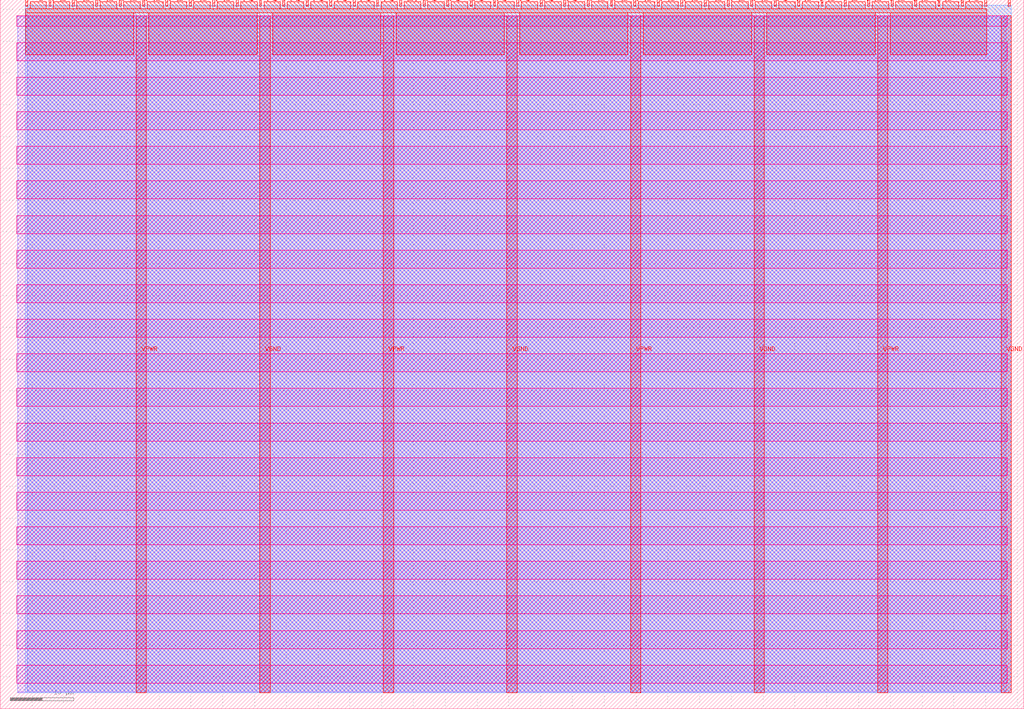
<source format=lef>
VERSION 5.7 ;
  NOWIREEXTENSIONATPIN ON ;
  DIVIDERCHAR "/" ;
  BUSBITCHARS "[]" ;
MACRO tt_um_wokwi_395055455727667201
  CLASS BLOCK ;
  FOREIGN tt_um_wokwi_395055455727667201 ;
  ORIGIN 0.000 0.000 ;
  SIZE 161.000 BY 111.520 ;
  PIN VGND
    DIRECTION INOUT ;
    USE GROUND ;
    PORT
      LAYER met4 ;
        RECT 40.830 2.480 42.430 109.040 ;
    END
    PORT
      LAYER met4 ;
        RECT 79.700 2.480 81.300 109.040 ;
    END
    PORT
      LAYER met4 ;
        RECT 118.570 2.480 120.170 109.040 ;
    END
    PORT
      LAYER met4 ;
        RECT 157.440 2.480 159.040 109.040 ;
    END
  END VGND
  PIN VPWR
    DIRECTION INOUT ;
    USE POWER ;
    PORT
      LAYER met4 ;
        RECT 21.395 2.480 22.995 109.040 ;
    END
    PORT
      LAYER met4 ;
        RECT 60.265 2.480 61.865 109.040 ;
    END
    PORT
      LAYER met4 ;
        RECT 99.135 2.480 100.735 109.040 ;
    END
    PORT
      LAYER met4 ;
        RECT 138.005 2.480 139.605 109.040 ;
    END
  END VPWR
  PIN clk
    DIRECTION INPUT ;
    USE SIGNAL ;
    ANTENNAGATEAREA 0.852000 ;
    PORT
      LAYER met4 ;
        RECT 154.870 110.520 155.170 111.520 ;
    END
  END clk
  PIN ena
    DIRECTION INPUT ;
    USE SIGNAL ;
    PORT
      LAYER met4 ;
        RECT 158.550 110.520 158.850 111.520 ;
    END
  END ena
  PIN rst_n
    DIRECTION INPUT ;
    USE SIGNAL ;
    PORT
      LAYER met4 ;
        RECT 151.190 110.520 151.490 111.520 ;
    END
  END rst_n
  PIN ui_in[0]
    DIRECTION INPUT ;
    USE SIGNAL ;
    ANTENNAGATEAREA 0.196500 ;
    PORT
      LAYER met4 ;
        RECT 147.510 110.520 147.810 111.520 ;
    END
  END ui_in[0]
  PIN ui_in[1]
    DIRECTION INPUT ;
    USE SIGNAL ;
    ANTENNAGATEAREA 0.159000 ;
    PORT
      LAYER met4 ;
        RECT 143.830 110.520 144.130 111.520 ;
    END
  END ui_in[1]
  PIN ui_in[2]
    DIRECTION INPUT ;
    USE SIGNAL ;
    ANTENNAGATEAREA 0.196500 ;
    PORT
      LAYER met4 ;
        RECT 140.150 110.520 140.450 111.520 ;
    END
  END ui_in[2]
  PIN ui_in[3]
    DIRECTION INPUT ;
    USE SIGNAL ;
    ANTENNAGATEAREA 0.196500 ;
    PORT
      LAYER met4 ;
        RECT 136.470 110.520 136.770 111.520 ;
    END
  END ui_in[3]
  PIN ui_in[4]
    DIRECTION INPUT ;
    USE SIGNAL ;
    ANTENNAGATEAREA 0.196500 ;
    PORT
      LAYER met4 ;
        RECT 132.790 110.520 133.090 111.520 ;
    END
  END ui_in[4]
  PIN ui_in[5]
    DIRECTION INPUT ;
    USE SIGNAL ;
    ANTENNAGATEAREA 0.196500 ;
    PORT
      LAYER met4 ;
        RECT 129.110 110.520 129.410 111.520 ;
    END
  END ui_in[5]
  PIN ui_in[6]
    DIRECTION INPUT ;
    USE SIGNAL ;
    ANTENNAGATEAREA 0.196500 ;
    PORT
      LAYER met4 ;
        RECT 125.430 110.520 125.730 111.520 ;
    END
  END ui_in[6]
  PIN ui_in[7]
    DIRECTION INPUT ;
    USE SIGNAL ;
    ANTENNAGATEAREA 0.196500 ;
    PORT
      LAYER met4 ;
        RECT 121.750 110.520 122.050 111.520 ;
    END
  END ui_in[7]
  PIN uio_in[0]
    DIRECTION INPUT ;
    USE SIGNAL ;
    ANTENNAGATEAREA 0.196500 ;
    PORT
      LAYER met4 ;
        RECT 118.070 110.520 118.370 111.520 ;
    END
  END uio_in[0]
  PIN uio_in[1]
    DIRECTION INPUT ;
    USE SIGNAL ;
    ANTENNAGATEAREA 0.196500 ;
    PORT
      LAYER met4 ;
        RECT 114.390 110.520 114.690 111.520 ;
    END
  END uio_in[1]
  PIN uio_in[2]
    DIRECTION INPUT ;
    USE SIGNAL ;
    ANTENNAGATEAREA 0.196500 ;
    PORT
      LAYER met4 ;
        RECT 110.710 110.520 111.010 111.520 ;
    END
  END uio_in[2]
  PIN uio_in[3]
    DIRECTION INPUT ;
    USE SIGNAL ;
    ANTENNAGATEAREA 0.196500 ;
    PORT
      LAYER met4 ;
        RECT 107.030 110.520 107.330 111.520 ;
    END
  END uio_in[3]
  PIN uio_in[4]
    DIRECTION INPUT ;
    USE SIGNAL ;
    PORT
      LAYER met4 ;
        RECT 103.350 110.520 103.650 111.520 ;
    END
  END uio_in[4]
  PIN uio_in[5]
    DIRECTION INPUT ;
    USE SIGNAL ;
    ANTENNAGATEAREA 0.196500 ;
    PORT
      LAYER met4 ;
        RECT 99.670 110.520 99.970 111.520 ;
    END
  END uio_in[5]
  PIN uio_in[6]
    DIRECTION INPUT ;
    USE SIGNAL ;
    ANTENNAGATEAREA 0.213000 ;
    PORT
      LAYER met4 ;
        RECT 95.990 110.520 96.290 111.520 ;
    END
  END uio_in[6]
  PIN uio_in[7]
    DIRECTION INPUT ;
    USE SIGNAL ;
    PORT
      LAYER met4 ;
        RECT 92.310 110.520 92.610 111.520 ;
    END
  END uio_in[7]
  PIN uio_oe[0]
    DIRECTION OUTPUT TRISTATE ;
    USE SIGNAL ;
    PORT
      LAYER met4 ;
        RECT 29.750 110.520 30.050 111.520 ;
    END
  END uio_oe[0]
  PIN uio_oe[1]
    DIRECTION OUTPUT TRISTATE ;
    USE SIGNAL ;
    PORT
      LAYER met4 ;
        RECT 26.070 110.520 26.370 111.520 ;
    END
  END uio_oe[1]
  PIN uio_oe[2]
    DIRECTION OUTPUT TRISTATE ;
    USE SIGNAL ;
    PORT
      LAYER met4 ;
        RECT 22.390 110.520 22.690 111.520 ;
    END
  END uio_oe[2]
  PIN uio_oe[3]
    DIRECTION OUTPUT TRISTATE ;
    USE SIGNAL ;
    PORT
      LAYER met4 ;
        RECT 18.710 110.520 19.010 111.520 ;
    END
  END uio_oe[3]
  PIN uio_oe[4]
    DIRECTION OUTPUT TRISTATE ;
    USE SIGNAL ;
    PORT
      LAYER met4 ;
        RECT 15.030 110.520 15.330 111.520 ;
    END
  END uio_oe[4]
  PIN uio_oe[5]
    DIRECTION OUTPUT TRISTATE ;
    USE SIGNAL ;
    PORT
      LAYER met4 ;
        RECT 11.350 110.520 11.650 111.520 ;
    END
  END uio_oe[5]
  PIN uio_oe[6]
    DIRECTION OUTPUT TRISTATE ;
    USE SIGNAL ;
    PORT
      LAYER met4 ;
        RECT 7.670 110.520 7.970 111.520 ;
    END
  END uio_oe[6]
  PIN uio_oe[7]
    DIRECTION OUTPUT TRISTATE ;
    USE SIGNAL ;
    PORT
      LAYER met4 ;
        RECT 3.990 110.520 4.290 111.520 ;
    END
  END uio_oe[7]
  PIN uio_out[0]
    DIRECTION OUTPUT TRISTATE ;
    USE SIGNAL ;
    PORT
      LAYER met4 ;
        RECT 59.190 110.520 59.490 111.520 ;
    END
  END uio_out[0]
  PIN uio_out[1]
    DIRECTION OUTPUT TRISTATE ;
    USE SIGNAL ;
    PORT
      LAYER met4 ;
        RECT 55.510 110.520 55.810 111.520 ;
    END
  END uio_out[1]
  PIN uio_out[2]
    DIRECTION OUTPUT TRISTATE ;
    USE SIGNAL ;
    PORT
      LAYER met4 ;
        RECT 51.830 110.520 52.130 111.520 ;
    END
  END uio_out[2]
  PIN uio_out[3]
    DIRECTION OUTPUT TRISTATE ;
    USE SIGNAL ;
    PORT
      LAYER met4 ;
        RECT 48.150 110.520 48.450 111.520 ;
    END
  END uio_out[3]
  PIN uio_out[4]
    DIRECTION OUTPUT TRISTATE ;
    USE SIGNAL ;
    ANTENNADIFFAREA 0.445500 ;
    PORT
      LAYER met4 ;
        RECT 44.470 110.520 44.770 111.520 ;
    END
  END uio_out[4]
  PIN uio_out[5]
    DIRECTION OUTPUT TRISTATE ;
    USE SIGNAL ;
    PORT
      LAYER met4 ;
        RECT 40.790 110.520 41.090 111.520 ;
    END
  END uio_out[5]
  PIN uio_out[6]
    DIRECTION OUTPUT TRISTATE ;
    USE SIGNAL ;
    PORT
      LAYER met4 ;
        RECT 37.110 110.520 37.410 111.520 ;
    END
  END uio_out[6]
  PIN uio_out[7]
    DIRECTION OUTPUT TRISTATE ;
    USE SIGNAL ;
    ANTENNADIFFAREA 0.795200 ;
    PORT
      LAYER met4 ;
        RECT 33.430 110.520 33.730 111.520 ;
    END
  END uio_out[7]
  PIN uo_out[0]
    DIRECTION OUTPUT TRISTATE ;
    USE SIGNAL ;
    ANTENNADIFFAREA 0.795200 ;
    PORT
      LAYER met4 ;
        RECT 88.630 110.520 88.930 111.520 ;
    END
  END uo_out[0]
  PIN uo_out[1]
    DIRECTION OUTPUT TRISTATE ;
    USE SIGNAL ;
    ANTENNADIFFAREA 0.445500 ;
    PORT
      LAYER met4 ;
        RECT 84.950 110.520 85.250 111.520 ;
    END
  END uo_out[1]
  PIN uo_out[2]
    DIRECTION OUTPUT TRISTATE ;
    USE SIGNAL ;
    PORT
      LAYER met4 ;
        RECT 81.270 110.520 81.570 111.520 ;
    END
  END uo_out[2]
  PIN uo_out[3]
    DIRECTION OUTPUT TRISTATE ;
    USE SIGNAL ;
    PORT
      LAYER met4 ;
        RECT 77.590 110.520 77.890 111.520 ;
    END
  END uo_out[3]
  PIN uo_out[4]
    DIRECTION OUTPUT TRISTATE ;
    USE SIGNAL ;
    PORT
      LAYER met4 ;
        RECT 73.910 110.520 74.210 111.520 ;
    END
  END uo_out[4]
  PIN uo_out[5]
    DIRECTION OUTPUT TRISTATE ;
    USE SIGNAL ;
    PORT
      LAYER met4 ;
        RECT 70.230 110.520 70.530 111.520 ;
    END
  END uo_out[5]
  PIN uo_out[6]
    DIRECTION OUTPUT TRISTATE ;
    USE SIGNAL ;
    PORT
      LAYER met4 ;
        RECT 66.550 110.520 66.850 111.520 ;
    END
  END uo_out[6]
  PIN uo_out[7]
    DIRECTION OUTPUT TRISTATE ;
    USE SIGNAL ;
    PORT
      LAYER met4 ;
        RECT 62.870 110.520 63.170 111.520 ;
    END
  END uo_out[7]
  OBS
      LAYER nwell ;
        RECT 2.570 107.385 158.430 108.990 ;
        RECT 2.570 101.945 158.430 104.775 ;
        RECT 2.570 96.505 158.430 99.335 ;
        RECT 2.570 91.065 158.430 93.895 ;
        RECT 2.570 85.625 158.430 88.455 ;
        RECT 2.570 80.185 158.430 83.015 ;
        RECT 2.570 74.745 158.430 77.575 ;
        RECT 2.570 69.305 158.430 72.135 ;
        RECT 2.570 63.865 158.430 66.695 ;
        RECT 2.570 58.425 158.430 61.255 ;
        RECT 2.570 52.985 158.430 55.815 ;
        RECT 2.570 47.545 158.430 50.375 ;
        RECT 2.570 42.105 158.430 44.935 ;
        RECT 2.570 36.665 158.430 39.495 ;
        RECT 2.570 31.225 158.430 34.055 ;
        RECT 2.570 25.785 158.430 28.615 ;
        RECT 2.570 20.345 158.430 23.175 ;
        RECT 2.570 14.905 158.430 17.735 ;
        RECT 2.570 9.465 158.430 12.295 ;
        RECT 2.570 4.025 158.430 6.855 ;
      LAYER li1 ;
        RECT 2.760 2.635 158.240 108.885 ;
      LAYER met1 ;
        RECT 2.760 2.480 159.040 109.040 ;
      LAYER met2 ;
        RECT 4.230 2.535 159.010 110.685 ;
      LAYER met3 ;
        RECT 3.950 2.555 159.030 110.665 ;
      LAYER met4 ;
        RECT 4.690 110.120 7.270 111.170 ;
        RECT 8.370 110.120 10.950 111.170 ;
        RECT 12.050 110.120 14.630 111.170 ;
        RECT 15.730 110.120 18.310 111.170 ;
        RECT 19.410 110.120 21.990 111.170 ;
        RECT 23.090 110.120 25.670 111.170 ;
        RECT 26.770 110.120 29.350 111.170 ;
        RECT 30.450 110.120 33.030 111.170 ;
        RECT 34.130 110.120 36.710 111.170 ;
        RECT 37.810 110.120 40.390 111.170 ;
        RECT 41.490 110.120 44.070 111.170 ;
        RECT 45.170 110.120 47.750 111.170 ;
        RECT 48.850 110.120 51.430 111.170 ;
        RECT 52.530 110.120 55.110 111.170 ;
        RECT 56.210 110.120 58.790 111.170 ;
        RECT 59.890 110.120 62.470 111.170 ;
        RECT 63.570 110.120 66.150 111.170 ;
        RECT 67.250 110.120 69.830 111.170 ;
        RECT 70.930 110.120 73.510 111.170 ;
        RECT 74.610 110.120 77.190 111.170 ;
        RECT 78.290 110.120 80.870 111.170 ;
        RECT 81.970 110.120 84.550 111.170 ;
        RECT 85.650 110.120 88.230 111.170 ;
        RECT 89.330 110.120 91.910 111.170 ;
        RECT 93.010 110.120 95.590 111.170 ;
        RECT 96.690 110.120 99.270 111.170 ;
        RECT 100.370 110.120 102.950 111.170 ;
        RECT 104.050 110.120 106.630 111.170 ;
        RECT 107.730 110.120 110.310 111.170 ;
        RECT 111.410 110.120 113.990 111.170 ;
        RECT 115.090 110.120 117.670 111.170 ;
        RECT 118.770 110.120 121.350 111.170 ;
        RECT 122.450 110.120 125.030 111.170 ;
        RECT 126.130 110.120 128.710 111.170 ;
        RECT 129.810 110.120 132.390 111.170 ;
        RECT 133.490 110.120 136.070 111.170 ;
        RECT 137.170 110.120 139.750 111.170 ;
        RECT 140.850 110.120 143.430 111.170 ;
        RECT 144.530 110.120 147.110 111.170 ;
        RECT 148.210 110.120 150.790 111.170 ;
        RECT 151.890 110.120 154.470 111.170 ;
        RECT 3.975 109.440 155.185 110.120 ;
        RECT 3.975 102.855 20.995 109.440 ;
        RECT 23.395 102.855 40.430 109.440 ;
        RECT 42.830 102.855 59.865 109.440 ;
        RECT 62.265 102.855 79.300 109.440 ;
        RECT 81.700 102.855 98.735 109.440 ;
        RECT 101.135 102.855 118.170 109.440 ;
        RECT 120.570 102.855 137.605 109.440 ;
        RECT 140.005 102.855 155.185 109.440 ;
  END
END tt_um_wokwi_395055455727667201
END LIBRARY


</source>
